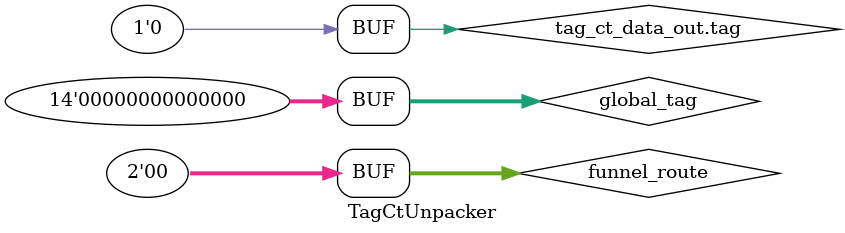
<source format=sv>
`include "Channel.sv"
`include "Interfaces.sv"

module TagCtUnpacker #(parameter Ntag = 11, parameter Nct = 9, parameter NBDdata = 34) (
  TagCtChannel tag_ct_data_out,
  Channel BD_data_in);

logic [1:0] funnel_route; // discarded
logic [NBDdata - Ntag - Nct - 1:0] global_tag; // discarded

assign tag_ct_data_out.v = BD_data_out.v;
assign {funnel_route, global_tag, tag_ct_data_out.tag, tag_ct_data_out.ct} = BD_data_out.d;
assign BD_data_in.a = tag_ct_data_out.a;

endmodule
  

</source>
